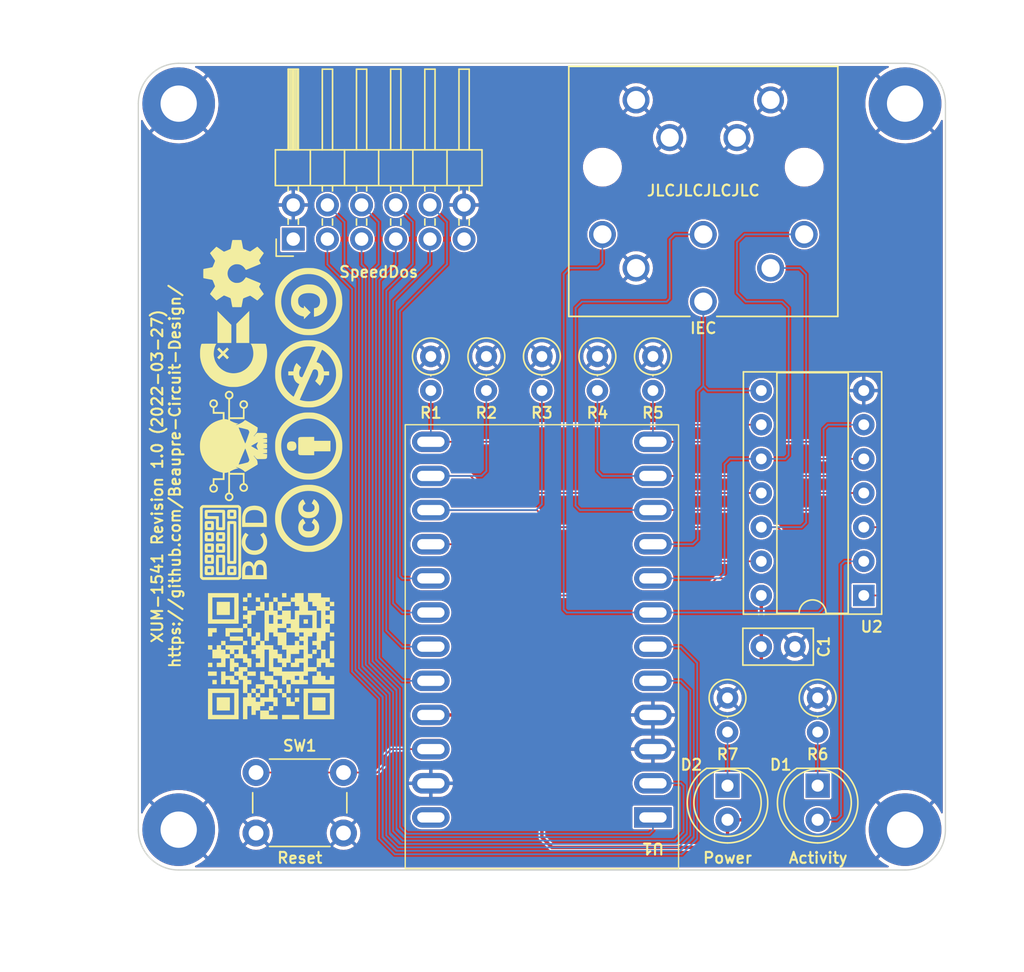
<source format=kicad_pcb>
(kicad_pcb (version 20211014) (generator pcbnew)
  (title_block (title "XUM-1541") (date "2022-03-27") (rev "1.0") (company "Beaupré Circuit Design") (comment 1 "https://github.com/Beaupre-Circuit-Design/"))
  (layers (0 "F.Cu" mixed) (31 "B.Cu" mixed) (34 "B.Paste" user) (35 "F.Paste" user) (36 "B.SilkS" user "B.Silkscreen") (37 "F.SilkS" user "F.Silkscreen") (38 "B.Mask" user) (39 "F.Mask" user) (44 "Edge.Cuts" user))
  (net 0 "")
  (net 1 "Net-(D1-Pad1)")
  (net 2 "/ACT")
  (net 3 "Net-(D2-Pad1)")
  (net 4 "+5V")
  (net 5 "GND")
  (net 6 "/SQR_IN")
  (net 7 "/ATN_IN")
  (net 8 "/CLK_IN")
  (net 9 "/DATA_IN")
  (net 10 "/RESET_IN")
  (net 11 "/CLK")
  (net 12 "/DATA")
  (net 13 "/ATN")
  (net 14 "/RESET")
  (net 15 "/SRQ")
  (net 16 "Net-(SW1-Pad1)")
  (net 19 "/PA0")
  (net 20 "/PA1")
  (net 21 "/PA2")
  (net 22 "/PA3")
  (net 23 "/PA4")
  (net 24 "/PA5")
  (net 25 "/PA6")
  (net 26 "/PA7")
  (footprint "Resistor_THT:R_Axial_DIN0207_L6.3mm_D2.5mm_P2.54mm_Vertical" (layer "F.Cu") (at 163.8 128.2 -90)
    (fp_text reference "R7" (at 4.2 0 180) (layer "F.SilkS") (effects (font (size 0.8128 0.8128) (thickness 0.1524))))
    (fp_text value "150")
    (pad "1" thru_hole circle (at 0 0 270) (size 1.6 1.6) (drill 0.8) (layers *.Cu *.Mask) (net 5 "GND"))
    (pad "2" thru_hole oval (at 2.54 0 270) (size 1.6 1.6) (drill 0.8) (layers *.Cu *.Mask) (net 3 "Net-(D2-Pad1)"))
  )
  (footprint "BeaupreCircuitDesign:Open_Source_Hardware_5mm" (layer "F.Cu") (at 127.072769 96.638861 90)
    (fp_text reference "G3" hide)
    (fp_text value "OpenSource_Hardware" hide)
  )
  (footprint "Arduino_Pro_Micro:Arduino_Pro_Micro" (layer "F.Cu") (at 157.62 137.09 180)
    (fp_text reference "U1" (at -0.635 -2.311 180 unlocked) (layer "F.SilkS") (effects (font (size 0.8128 0.8128) (thickness 0.1524))))
    (fp_text value "Arduino_Pro_Micro")
    (pad "1" thru_hole rect (at -0.635 0 180) (size 2.794 1.524) (drill oval 2.032 0.762) (layers *.Cu *.Mask) (net 22 "/PA3"))
    (pad "2" thru_hole oval (at -0.635 2.54 180) (size 2.794 1.524) (drill oval 2.032 0.762) (layers *.Cu *.Mask) (net 21 "/PA2"))
    (pad "3" thru_hole oval (at -0.635 5.08 180) (size 2.794 1.524) (drill oval 2.032 0.762) (layers *.Cu *.Mask) (net 5 "GND"))
    (pad "4" thru_hole oval (at -0.635 7.62 180) (size 2.794 1.524) (drill oval 2.032 0.762) (layers *.Cu *.Mask) (net 5 "GND"))
    (pad "5" thru_hole oval (at -0.635 10.16 180) (size 2.794 1.524) (drill oval 2.032 0.762) (layers *.Cu *.Mask) (net 20 "/PA1"))
    (pad "6" thru_hole oval (at -0.635 12.7 180) (size 2.794 1.524) (drill oval 2.032 0.762) (layers *.Cu *.Mask) (net 19 "/PA0"))
    (pad "7" thru_hole oval (at -0.635 15.24 180) (size 2.794 1.524) (drill oval 2.032 0.762) (layers *.Cu *.Mask) (net 6 "/SQR_IN"))
    (pad "8" thru_hole oval (at -0.635 17.78 180) (size 2.794 1.524) (drill oval 2.032 0.762) (layers *.Cu *.Mask) (net 9 "/DATA_IN"))
    (pad "9" thru_hole oval (at -0.635 20.32 180) (size 2.794 1.524) (drill oval 2.032 0.762) (layers *.Cu *.Mask) (net 10 "/RESET_IN"))
    (pad "10" thru_hole oval (at -0.635 22.86 180) (size 2.794 1.524) (drill oval 2.032 0.762) (layers *.Cu *.Mask) (net 7 "/ATN_IN"))
    (pad "11" thru_hole oval (at -0.635 25.4 180) (size 2.794 1.524) (drill oval 2.032 0.762) (layers *.Cu *.Mask) (net 13 "/ATN"))
    (pad "12" thru_hole oval (at -0.635 27.94 180) (size 2.794 1.524) (drill oval 2.032 0.762) (layers *.Cu *.Mask) (net 15 "/SRQ"))
    (pad "13" thru_hole oval (at 15.875 27.94 180) (size 2.794 1.524) (drill oval 2.032 0.762) (layers *.Cu *.Mask) (net 14 "/RESET"))
    (pad "14" thru_hole oval (at 15.875 25.4 180) (size 2.794 1.524) (drill oval 2.032 0.762) (layers *.Cu *.Mask) (net 12 "/DATA"))
    (pad "15" thru_hole oval (at 15.875 22.86 180) (size 2.794 1.524) (drill oval 2.032 0.762) (layers *.Cu *.Mask) (net 11 "/CLK"))
    (pad "16" thru_hole oval (at 15.875 20.32 180) (size 2.794 1.524) (drill oval 2.032 0.762) (layers *.Cu *.Mask) (net 8 "/CLK_IN"))
    (pad "17" thru_hole oval (at 15.875 17.78 180) (size 2.794 1.524) (drill oval 2.032 0.762) (layers *.Cu *.Mask) (net 26 "/PA7"))
    (pad "18" thru_hole oval (at 15.875 15.24 180) (size 2.794 1.524) (drill oval 2.032 0.762) (layers *.Cu *.Mask) (net 25 "/PA6"))
    (pad "19" thru_hole oval (at 15.875 12.7 180) (size 2.794 1.524) (drill oval 2.032 0.762) (layers *.Cu *.Mask) (net 24 "/PA5"))
    (pad "20" thru_hole oval (at 15.875 10.16 180) (size 2.794 1.524) (drill oval 2.032 0.762) (layers *.Cu *.Mask) (net 23 "/PA4"))
    (pad "21" thru_hole oval (at 15.875 7.62 180) (size 2.794 1.524) (drill oval 2.032 0.762) (layers *.Cu *.Mask) (net 4 "+5V"))
    (pad "22" thru_hole oval (at 15.875 5.08 180) (size 2.794 1.524) (drill oval 2.032 0.762) (layers *.Cu *.Mask) (net 16 "Net-(SW1-Pad1)"))
    (pad "23" thru_hole oval (at 15.875 2.54 180) (size 2.794 1.524) (drill oval 2.032 0.762) (layers *.Cu *.Mask) (net 5 "GND"))
    (pad "24" thru_hole oval (at 15.875 0 180) (size 2.794 1.524) (drill oval 2.032 0.762) (layers *.Cu *.Mask))
  )
  (footprint "Button_Switch_THT:SW_PUSH_6mm" (layer "F.Cu") (at 128.75 133.75)
    (fp_text reference "SW1" (at 3.249999 -1.99 180) (layer "F.SilkS") (effects (font (size 0.8128 0.8128) (thickness 0.1524))))
    (fp_text value "SW_Push")
    (pad "1" thru_hole circle (at 0 0 90) (size 2 2) (drill 1.1) (layers *.Cu *.Mask) (net 16 "Net-(SW1-Pad1)"))
    (pad "1" thru_hole circle (at 6.5 0 90) (size 2 2) (drill 1.1) (layers *.Cu *.Mask) (net 16 "Net-(SW1-Pad1)"))
    (pad "2" thru_hole circle (at 0 4.5 90) (size 2 2) (drill 1.1) (layers *.Cu *.Mask) (net 5 "GND"))
    (pad "2" thru_hole circle (at 6.5 4.5 90) (size 2 2) (drill 1.1) (layers *.Cu *.Mask) (net 5 "GND"))
  )
  (footprint "Resistor_THT:R_Axial_DIN0207_L6.3mm_D2.5mm_P2.54mm_Vertical" (layer "F.Cu") (at 141.745 102.8 -90)
    (fp_text reference "R1" (at 4.2 0) (layer "F.SilkS") (effects (font (size 0.8128 0.8128) (thickness 0.1524))))
    (fp_text value "100k")
    (pad "1" thru_hole circle (at 0 0 270) (size 1.6 1.6) (drill 0.8) (layers *.Cu *.Mask) (net 5 "GND"))
    (pad "2" thru_hole oval (at 2.54 0 270) (size 1.6 1.6) (drill 0.8) (layers *.Cu *.Mask) (net 14 "/RESET"))
  )
  (footprint "Creative_Common:CreativeCommons_Attribution_5mm" (layer "F.Cu") (at 132.664769 109.468828 90)
    (fp_text reference "G6" hide)
    (fp_text value "CreativeCommons_Attribution" hide)
  )
  (footprint "MountingHole:MountingHole_2.7mm_Pad_TopBottom" (layer "F.Cu") (at 123 84)
    (fp_text reference "H1" hide)
    (fp_text value "MountingHole_Pad" hide)
    (pad "1" thru_hole circle (at 0 0) (size 3.1 3.1) (drill 2.7) (layers *.Cu *.Mask) (net 5 "GND"))
    (pad "1" connect circle (at 0 0) (size 5.4 5.4) (layers "B.Cu" "B.Mask") (net 5 "GND"))
    (pad "1" connect circle (at 0 0) (size 5.4 5.4) (layers "F.Cu" "F.Mask") (net 5 "GND"))
  )
  (footprint "BeaupreCircuitDesign:ChickenLips_5mm" (layer "F.Cu") (at 127.072769 102.252364 90)
    (fp_text reference "G2" hide)
    (fp_text value "ChickenLips" hide)
  )
  (footprint "MountingHole:MountingHole_2.7mm_Pad_TopBottom" (layer "F.Cu") (at 177 138)
    (fp_text reference "H4" hide)
    (fp_text value "MountingHole_Pad" hide)
    (pad "1" thru_hole circle (at 0 0) (size 3.1 3.1) (drill 2.7) (layers *.Cu *.Mask) (net 5 "GND"))
    (pad "1" connect circle (at 0 0) (size 5.4 5.4) (layers "B.Cu" "B.Mask") (net 5 "GND"))
    (pad "1" connect circle (at 0 0) (size 5.4 5.4) (layers "F.Cu" "F.Mask") (net 5 "GND"))
  )
  (footprint "Resistor_THT:R_Axial_DIN0207_L6.3mm_D2.5mm_P2.54mm_Vertical" (layer "F.Cu") (at 170.5 128.2 -90)
    (fp_text reference "R6" (at 4.2 0 180) (layer "F.SilkS") (effects (font (size 0.8128 0.8128) (thickness 0.1524))))
    (fp_text value "180")
    (pad "1" thru_hole circle (at 0 0 270) (size 1.6 1.6) (drill 0.8) (layers *.Cu *.Mask) (net 5 "GND"))
    (pad "2" thru_hole oval (at 2.54 0 270) (size 1.6 1.6) (drill 0.8) (layers *.Cu *.Mask) (net 1 "Net-(D1-Pad1)"))
  )
  (footprint "Creative_Common:CreativeCommons_5mm" (layer "F.Cu") (at 132.664769 114.847552 90)
    (fp_text reference "G5" hide)
    (fp_text value "CreativeCommons" hide)
  )
  (footprint "Connector_PinHeader_2.54mm:PinHeader_2x06_P2.54mm_Horizontal" (layer "F.Cu") (at 131.516666 94.075 90)
    (fp_text reference "J1" hide)
    (fp_text value "Conn_02x06_Odd_Even")
    (pad "1" thru_hole rect (at 0 0 90) (size 1.7 1.7) (drill 1) (layers *.Cu *.Mask))
    (pad "2" thru_hole oval (at 2.54 0 90) (size 1.7 1.7) (drill 1) (layers *.Cu *.Mask) (net 5 "GND"))
    (pad "3" thru_hole oval (at 0 2.54 90) (size 1.7 1.7) (drill 1) (layers *.Cu *.Mask) (net 19 "/PA0"))
    (pad "4" thru_hole oval (at 2.54 2.54 90) (size 1.7 1.7) (drill 1) (layers *.Cu *.Mask) (net 20 "/PA1"))
    (pad "5" thru_hole oval (at 0 5.08 90) (size 1.7 1.7) (drill 1) (layers *.Cu *.Mask) (net 21 "/PA2"))
    (pad "6" thru_hole oval (at 2.54 5.08 90) (size 1.7 1.7) (drill 1) (layers *.Cu *.Mask) (net 22 "/PA3"))
    (pad "7" thru_hole oval (at 0 7.62 90) (size 1.7 1.7) (drill 1) (layers *.Cu *.Mask) (net 23 "/PA4"))
    (pad "8" thru_hole oval (at 2.54 7.62 90) (size 1.7 1.7) (drill 1) (layers *.Cu *.Mask) (net 24 "/PA5"))
    (pad "9" thru_hole oval (at 0 10.16 90) (size 1.7 1.7) (drill 1) (layers *.Cu *.Mask) (net 25 "/PA6"))
    (pad "10" thru_hole oval (at 2.54 10.16 90) (size 1.7 1.7) (drill 1) (layers *.Cu *.Mask) (net 26 "/PA7"))
    (pad "11" thru_hole oval (at 0 12.7 90) (size 1.7 1.7) (drill 1) (layers *.Cu *.Mask))
    (pad "12" thru_hole oval (at 2.54 12.7 90) (size 1.7 1.7) (drill 1) (layers *.Cu *.Mask) (net 5 "GND"))
  )
  (footprint "Package_DIP:DIP-14_W7.62mm_Socket" (layer "F.Cu") (at 173.93 120.58 180)
    (fp_text reference "U2" (at -0.5865 -2.33) (layer "F.SilkS") (effects (font (size 0.8128 0.8128) (thickness 0.1524))))
    (fp_text value "74LS06")
    (pad "1" thru_hole rect (at 0 0 180) (size 1.6 1.6) (drill 0.8) (layers *.Cu *.Mask) (net 13 "/ATN"))
    (pad "2" thru_hole oval (at 0 2.54 180) (size 1.6 1.6) (drill 0.8) (layers *.Cu *.Mask) (net 2 "/ACT"))
    (pad "3" thru_hole oval (at 0 5.08 180) (size 1.6 1.6) (drill 0.8) (layers *.Cu *.Mask) (net 13 "/ATN"))
    (pad "4" thru_hole oval (at 0 7.62 180) (size 1.6 1.6) (drill 0.8) (layers *.Cu *.Mask) (net 7 "/ATN_IN"))
    (pad "5" thru_hole oval (at 0 10.16 180) (size 1.6 1.6) (drill 0.8) (layers *.Cu *.Mask) (net 15 "/SRQ"))
    (pad "6" thru_hole oval (at 0 12.7 180) (size 1.6 1.6) (drill 0.8) (layers *.Cu *.Mask) (net 6 "/SQR_IN"))
    (pad "7" thru_hole oval (at 0 15.24 180) (size 1.6 1.6) (drill 0.8) (layers *.Cu *.Mask) (net 5 "GND"))
    (pad "8" thru_hole oval (at 7.62 15.24 180) (size 1.6 1.6) (drill 0.8) (layers *.Cu *.Mask) (net 10 "/RESET_IN"))
    (pad "9" thru_hole oval (at 7.62 12.7 180) (size 1.6 1.6) (drill 0.8) (layers *.Cu *.Mask) (net 14 "/RESET"))
    (pad "10" thru_hole oval (at 7.62 10.16 180) (size 1.6 1.6) (drill 0.8) (layers *.Cu *.Mask) (net 9 "/DATA_IN"))
    (pad "11" thru_hole oval (at 7.62 7.62 180) (size 1.6 1.6) (drill 0.8) (layers *.Cu *.Mask) (net 12 "/DATA"))
    (pad "12" thru_hole oval (at 7.62 5.08 180) (size 1.6 1.6) (drill 0.8) (layers *.Cu *.Mask) (net 8 "/CLK_IN"))
    (pad "13" thru_hole oval (at 7.62 2.54 180) (size 1.6 1.6) (drill 0.8) (layers *.Cu *.Mask) (net 11 "/CLK"))
    (pad "14" thru_hole oval (at 7.62 0 180) (size 1.6 1.6) (drill 0.8) (layers *.Cu *.Mask) (net 4 "+5V"))
  )
  (footprint "DIN_45322:DIN_45322" (layer "F.Cu") (at 162 88.725 180)
    (fp_text reference "J2" hide)
    (fp_text value "DIN-45322")
    (pad "" np_thru_hole circle locked (at -7.5 0 180) (size 2.4 2.4) (drill 2.4) (layers *.Cu *.Mask))
    (pad "" np_thru_hole circle locked (at 7.5 0 180) (size 2.4 2.4) (drill 2.4) (layers *.Cu *.Mask))
    (pad "1" thru_hole circle locked (at 7.5 -5 180) (size 2 2) (drill 1.35) (layers *.Cu *.Mask) (net 6 "/SQR_IN"))
    (pad "2" thru_hole circle locked (at 5 -7.5 180) (size 2 2) (drill 1.35) (layers *.Cu *.Mask) (net 5 "GND"))
    (pad "3" thru_hole circle locked (at 0 -5 180) (size 2 2) (drill 1.35) (layers *.Cu *.Mask) (net 7 "/ATN_IN"))
    (pad "4" thru_hole circle locked (at -5 -7.5 180) (size 2 2) (drill 1.35) (layers *.Cu *.Mask) (net 8 "/CLK_IN"))
    (pad "5" thru_hole circle locked (at -7.5 -5 180) (size 2 2) (drill 1.35) (layers *.Cu *.Mask) (net 9 "/DATA_IN"))
    (pad "6" thru_hole circle locked (at 0 -10 180) (size 2 2) (drill 1.35) (layers *.Cu *.Mask) (net 10 "/RESET_IN"))
    (pad "7" thru_hole circle locked (at -2.5 2.2 270) (size 2 2) (drill 1.35) (layers *.Cu *.Mask) (net 5 "GND"))
    (pad "7" thru_hole circle locked (at 2.5 2.2 270) (size 2 2) (drill 1.35) (layers *.Cu *.Mask) (net 5 "GND"))
    (pad "7" thru_hole circle locked (at -5 5 270) (size 2 2) (drill 1.35) (layers *.Cu *.Mask) (net 5 "GND"))
    (pad "7" thru_hole circle locked (at 5 5 270) (size 2 2) (drill 1.35) (layers *.Cu *.Mask) (net 5 "GND"))
  )
  (footprint "LED_THT:LED_D5.0mm" (layer "F.Cu") (at 170.5 134.725 -90)
    (fp_text reference "D1" (at -1.55 2.745 180) (layer "F.SilkS") (effects (font (size 0.8128 0.8128) (thickness 0.1524))))
    (fp_text value "RED")
    (pad "1" thru_hole rect (at 0 0 270) (size 1.8 1.8) (drill 0.9) (layers *.Cu *.Mask) (net 1 "Net-(D1-Pad1)"))
    (pad "2" thru_hole circle (at 2.54 0 270) (size 1.8 1.8) (drill 0.9) (layers *.Cu *.Mask) (net 2 "/ACT"))
  )
  (footprint "Resistor_THT:R_Axial_DIN0207_L6.3mm_D2.5mm_P2.54mm_Vertical" (layer "F.Cu") (at 145.8725 102.8 -90)
    (fp_text reference "R2" (at 4.2 0) (layer "F.SilkS") (effects (font (size 0.8128 0.8128) (thickness 0.1524))))
    (fp_text value "100k")
    (pad "1" thru_hole circle (at 0 0 270) (size 1.6 1.6) (drill 0.8) (layers *.Cu *.Mask) (net 5 "GND"))
    (pad "2" thru_hole oval (at 2.54 0 270) (size 1.6 1.6) (drill 0.8) (layers *.Cu *.Mask) (net 12 "/DATA"))
  )
  (footprint "LED_THT:LED_D5.0mm" (layer "F.Cu") (at 163.8 134.725 -90)
    (fp_text reference "D2" (at -1.55 2.69 180) (layer "F.SilkS") (effects (font (size 0.8128 0.8128) (thickness 0.1524))))
    (fp_text value "GREEN")
    (pad "1" thru_hole rect (at 0 0 270) (size 1.8 1.8) (drill 0.9) (layers *.Cu *.Mask) (net 3 "Net-(D2-Pad1)"))
    (pad "2" thru_hole circle (at 2.54 0 270) (size 1.8 1.8) (drill 0.9) (layers *.Cu *.Mask) (net 4 "+5V"))
  )
  (footprint "MountingHole:MountingHole_2.7mm_Pad_TopBottom" (layer "F.Cu") (at 123 138)
    (fp_text reference "H2" hide)
    (fp_text value "MountingHole_Pad" hide)
    (pad "1" thru_hole circle (at 0 0) (size 3.1 3.1) (drill 2.7) (layers *.Cu *.Mask) (net 5 "GND"))
    (pad "1" connect circle (at 0 0) (size 5.4 5.4) (layers "F.Cu" "F.Mask") (net 5 "GND"))
    (pad "1" connect circle (at 0 0) (size 5.4 5.4) (layers "B.Cu" "B.Mask") (net 5 "GND"))
  )
  (footprint "Creative_Common:CreativeCommons_ShareAlike_5mm" (layer "F.Cu") (at 132.664769 98.718552 90)
    (fp_text reference "G8" hide)
    (fp_text value "CreativeCommons_ShareAlike" hide)
  )
  (footprint "BeaupreCircuitDesign:BCD_Logo_5mm" (layer "F.Cu") (at 127.072769 116.638861 90)
    (fp_text reference "G1" hide)
    (fp_text value "BCD_Logo" hide)
  )
  (footprint "Creative_Common:CreativeCommons_NonCommercial_5mm" (layer "F.Cu") (at 132.664769 104.095069 90)
    (fp_text reference "G7" hide)
    (fp_text value "CreativeCommons_NonCommercial" hide)
  )
  (footprint "MountingHole:MountingHole_2.7mm_Pad_TopBottom" (layer "F.Cu") (at 177 84)
    (fp_text reference "H3" hide)
    (fp_text value "MountingHole_Pad" hide)
    (pad "1" connect circle (at 0 0) (size 5.4 5.4) (layers "F.Cu" "F.Mask") (net 5 "GND"))
    (pad "1" thru_hole circle (at 0 0) (size 3.1 3.1) (drill 2.7) (layers *.Cu *.Mask) (net 5 "GND"))
    (pad "1" connect circle (at 0 0) (size 5.4 5.4) (layers "B.Cu" "B.Mask") (net 5 "GND"))
  )
  (footprint "Capacitor_THT:C_Disc_D5.0mm_W2.5mm_P2.50mm" (layer "F.Cu") (at 166.31 124.39)
    (fp_text reference "C1" (at 4.6505 0.000001 270) (layer "F.SilkS") (effects (font (size 0.8128 0.8128) (thickness 0.1524))))
    (fp_text value "100nF")
    (pad "1" thru_hole circle (at 0 0) (size 1.6 1.6) (drill 0.8) (layers *.Cu *.Mask) (net 4 "+5V"))
    (pad "2" thru_hole circle (at 2.5 0) (size 1.6 1.6) (drill 0.8) (layers *.Cu *.Mask) (net 5 "GND"))
  )
  (footprint "BeaupreCircuitDesign:BDC_QR_10mm" (layer "F.Cu") (at 129.882513 125.082461 90)
    (fp_text reference "G9" hide)
    (fp_text value "BDC_QR" hide)
  )
  (footprint "Resistor_THT:R_Axial_DIN0207_L6.3mm_D2.5mm_P2.54mm_Vertical" (layer "F.Cu") (at 158.255 102.8 -90)
    (fp_text reference "R5" (at 4.2 0) (layer "F.SilkS") (effects (font (size 0.8128 0.8128) (thickness 0.1524))))
    (fp_text value "100k")
    (pad "1" thru_hole circle (at 0 0 270) (size 1.6 1.6) (drill 0.8) (layers *.Cu *.Mask) (net 5 "GND"))
    (pad "2" thru_hole oval (at 2.54 0 270) (size 1.6 1.6) (drill 0.8) (layers *.Cu *.Mask) (net 15 "/SRQ"))
  )
  (footprint "Resistor_THT:R_Axial_DIN0207_L6.3mm_D2.5mm_P2.54mm_Vertical" (layer "F.Cu") (at 154.1275 102.8 -90)
    (fp_text reference "R4" (at 4.2 0) (layer "F.SilkS") (effects (font (size 0.8128 0.8128) (thickness 0.1524))))
    (fp_text value "100k")
    (pad "1" thru_hole circle (at 0 0 270) (size 1.6 1.6) (drill 0.8) (layers *.Cu *.Mask) (net 5 "GND"))
    (pad "2" thru_hole oval (at 2.54 0 270) (size 1.6 1.6) (drill 0.8) (layers *.Cu *.Mask) (net 13 "/ATN"))
  )
  (footprint "Resistor_THT:R_Axial_DIN0207_L6.3mm_D2.5mm_P2.54mm_Vertical" (layer "F.Cu") (at 150 102.8 -90)
    (fp_text reference "R3" (at 4.2 0) (layer "F.SilkS") (effects (font (size 0.8128 0.8128) (thickness 0.1524))))
    (fp_text value "100k")
    (pad "1" thru_hole circle (at 0 0 270) (size 1.6 1.6) (drill 0.8) (layers *.Cu *.Mask) (net 5 "GND"))
    (pad "2" thru_hole oval (at 2.54 0 270) (size 1.6 1.6) (drill 0.8) (layers *.Cu *.Mask) (net 11 "/CLK"))
  )
  (footprint "BeaupreCircuitDesign:Skull_5mm" (layer "F.Cu") (at 127.072769 109.463566 90)
    (fp_text reference "G4" hide)
    (fp_text value "Skull" hide)
  )
  (gr_arc (start 180 138) (mid 179.12132 140.12132) (end 177 141) (layer "Edge.Cuts") (width 0.1))
  (gr_line (start 180 84) (end 180 138) (layer "Edge.Cuts") (width 0.1))
  (gr_arc (start 120 84) (mid 120.87868 81.87868) (end 123 81) (layer "Edge.Cuts") (width 0.1))
  (gr_arc (start 123 141) (mid 120.87868 140.12132) (end 120 138) (layer "Edge.Cuts") (width 0.1))
  (gr_line (start 120 138) (end 120 84) (layer "Edge.Cuts") (width 0.1))
  (gr_line (start 123 81) (end 177 81) (layer "Edge.Cuts") (width 0.1))
  (gr_line (start 123 141) (end 177 141) (layer "Edge.Cuts") (width 0.1))
  (gr_arc (start 177 81) (mid 179.12132 81.87868) (end 180 84) (layer "Edge.Cuts") (width 0.1))
  (gr_text "${TITLE} Revision ${REVISION} (${ISSUE_DATE})\n${COMMENT1}" (at 122.062988 111.712977 90) (layer "F.SilkS") (effects (font (size 0.8128 0.8128) (thickness 0.1524))))
  (gr_text "Power" (at 163.798333 140.1) (layer "F.SilkS") (effects (font (size 0.8128 0.8128) (thickness 0.1524))))
  (gr_text "IEC" (at 162 100.7) (layer "F.SilkS") (effects (font (size 0.8128 0.8128) (thickness 0.1524))))
  (gr_text "Reset" (at 132 140.1) (layer "F.SilkS") (effects (font (size 0.8128 0.8128) (thickness 0.1524))))
  (gr_text "SpeedDos" (at 137.866666 96.52) (layer "F.SilkS") (effects (font (size 0.8128 0.8128) (thickness 0.1524))))
  (gr_text "JLCJLCJLCJLC" (at 162 90.465) (layer "F.SilkS") (effects (font (size 0.8128 0.8128) (thickness 0.1524))))
  (gr_text "Activity" (at 170.536666 140.1) (layer "F.SilkS") (effects (font (size 0.8128 0.8128) (thickness 0.1524))))
  (segment (start 170.5 134.725) (end 170.5 130.74) (width 0.127) (layer "B.Cu") (net 1))
  (segment (start 173.93 118.04) (end 172.497499 118.04) (width 0.127) (layer "B.Cu") (net 2))
  (segment (start 172.237499 136.937499) (end 172.237499 118.3) (width 0.127) (layer "B.Cu") (net 2))
  (segment (start 172.497499 118.04) (end 172.237499 118.3) (width 0.127) (layer "B.Cu") (net 2))
  (segment (start 170.5 137.265) (end 171.909998 137.265) (width 0.127) (layer "B.Cu") (net 2))
  (segment (start 171.909998 137.265) (end 172.237499 136.937499) (width 0.127) (layer "B.Cu") (net 2))
  (segment (start 163.8 134.725) (end 163.8 130.74) (width 0.127) (layer "B.Cu") (net 3))
  (segment (start 149.282 129.47) (end 141.745 129.47) (width 0.254) (layer "F.Cu") (net 4))
  (segment (start 163.195 139.319) (end 150.749 139.319) (width 0.254) (layer "F.Cu") (net 4))
  (segment (start 163.8 137.265) (end 165.855 137.265) (width 0.254) (layer "F.Cu") (net 4))
  (segment (start 149.999999 130.187999) (end 149.282 129.47) (width 0.254) (layer "F.Cu") (net 4))
  (segment (start 163.8 138.714) (end 163.195 139.319) (width 0.254) (layer "F.Cu") (net 4))
  (segment (start 165.855 137.265) (end 166.31 136.81) (width 0.254) (layer "F.Cu") (net 4))
  (segment (start 149.999999 138.569999) (end 149.999999 130.187999) (width 0.254) (layer "F.Cu") (net 4))
  (segment (start 166.31 124.39) (end 166.31 120.58) (width 0.254) (layer "F.Cu") (net 4))
  (segment (start 166.31 136.81) (end 166.31 124.39) (width 0.254) (layer "F.Cu") (net 4))
  (segment (start 150.749 139.319) (end 149.999999 138.569999) (width 0.254) (layer "F.Cu") (net 4))
  (segment (start 163.8 138.714) (end 163.8 137.265) (width 0.254) (layer "F.Cu") (net 4))
  (segment (start 171.259749 107.88) (end 170.939749 108.2) (width 0.127) (layer "B.Cu") (net 6))
  (segment (start 154.15 96.225) (end 152.075 96.225) (width 0.127) (layer "B.Cu") (net 6))
  (segment (start 170.939749 121.5) (end 170.589749 121.85) (width 0.127) (layer "B.Cu") (net 6))
  (segment (start 170.589749 121.85) (end 158.255 121.85) (width 0.127) (layer "B.Cu") (net 6))
  (segment (start 151.621332 96.678668) (end 151.621332 121.621332) (width 0.127) (layer "B.Cu") (net 6))
  (segment (start 170.939749 108.2) (end 170.939749 121.5) (width 0.127) (layer "B.Cu") (net 6))
  (segment (start 151.621332 121.621332) (end 151.85 121.85) (width 0.127) (layer "B.Cu") (net 6))
  (segment (start 154.5 93.725) (end 154.5 95.875) (width 0.127) (layer "B.Cu") (net 6))
  (segment (start 154.5 95.875) (end 154.15 96.225) (width 0.127) (layer "B.Cu") (net 6))
  (segment (start 152.075 96.225) (end 151.621332 96.678668) (width 0.127) (layer "B.Cu") (net 6))
  (segment (start 173.93 107.88) (end 171.259749 107.88) (width 0.127) (layer "B.Cu") (net 6))
  (segment (start 151.85 121.85) (end 158.255 121.85) (width 0.127) (layer "B.Cu") (net 6))
  (segment (start 170.119999 113.180001) (end 170.34 112.96) (width 0.127) (layer "F.Cu") (net 7))
  (segment (start 158.255 114.23) (end 169.87 114.23) (width 0.127) (layer "F.Cu") (net 7))
  (segment (start 170.119999 113.980001) (end 170.119999 113.180001) (width 0.127) (layer "F.Cu") (net 7))
  (segment (start 170.34 112.96) (end 173.93 112.96) (width 0.127) (layer "F.Cu") (net 7))
  (segment (start 169.87 114.23) (end 170.119999 113.980001) (width 0.127) (layer "F.Cu") (net 7))
  (segment (start 152.506165 113.9) (end 152.836165 114.23) (width 0.127) (layer "B.Cu") (net 7))
  (segment (start 159.875 93.725) (end 159.499999 94.100001) (width 0.127) (layer "B.Cu") (net 7))
  (segment (start 152.975 98.725) (end 152.506165 99.193835) (width 0.127) (layer "B.Cu") (net 7))
  (segment (start 152.836165 114.23) (end 158.255 114.23) (width 0.127) (layer "B.Cu") (net 7))
  (segment (start 152.506165 99.193835) (end 152.506165 113.9) (width 0.127) (layer "B.Cu") (net 7))
  (segment (start 159.499999 94.100001) (end 159.499999 98.500001) (width 0.127) (layer "B.Cu") (net 7))
  (segment (start 162 93.725) (end 159.875 93.725) (width 0.127) (layer "B.Cu") (net 7))
  (segment (start 159.499999 98.500001) (end 159.275 98.725) (width 0.127) (layer "B.Cu") (net 7))
  (segment (start 159.275 98.725) (end 152.975 98.725) (width 0.127) (layer "B.Cu") (net 7))
  (segment (start 162.580999 120.419001) (end 162.580999 119.7) (width 0.127) (layer "F.Cu") (net 8))
  (segment (start 167.5 115.5) (end 166.31 115.5) (width 0.127) (layer "F.Cu") (net 8))
  (segment (start 149.645 116.77) (end 149.999999 117.124999) (width 0.127) (layer "F.Cu") (net 8))
  (segment (start 162.580999 119.7) (end 162.971 119.309999) (width 0.127) (layer "F.Cu") (net 8))
  (segment (start 150.354998 120.579998) (end 162.420002 120.579998) (width 0.127) (layer "F.Cu") (net 8))
  (segment (start 149.999999 120.224999) (end 150.354998 120.579998) (width 0.127) (layer "F.Cu") (net 8))
  (segment (start 162.420002 120.579998) (end 162.580999 120.419001) (width 0.127) (layer "F.Cu") (net 8))
  (segment (start 167.490001 119.309999) (end 167.7 119.1) (width 0.127) (layer "F.Cu") (net 8))
  (segment (start 167.7 119.1) (end 167.7 115.7) (width 0.127) (layer "F.Cu") (net 8))
  (segment (start 162.971 119.309999) (end 167.490001 119.309999) (width 0.127) (layer "F.Cu") (net 8))
  (segment (start 149.999999 117.124999) (end 149.999999 120.224999) (width 0.127) (layer "F.Cu") (net 8))
  (segment (start 141.745 116.77) (end 149.645 116.77) (width 0.127) (layer "F.Cu") (net 8))
  (segment (start 167.7 115.7) (end 167.5 115.5) (width 0.127) (layer "F.Cu") (net 8))
  (segment (start 169.641999 115.158001) (end 169.641999 96.7) (width 0.127) (layer "B.Cu") (net 8))
  (segment (start 166.31 115.5) (end 169.3 115.5) (width 0.127) (layer "B.Cu") (net 8))
  (segment (start 167 96.225) (end 169.166999 96.225) (width 0.127) (layer "B.Cu") (net 8))
  (segment (start 169.166999 96.225) (end 169.641999 96.7) (width 0.127) (layer "B.Cu") (net 8))
  (segment (start 169.3 115.5) (end 169.641999 115.158001) (width 0.127) (layer "B.Cu") (net 8))
  (segment (start 164.499999 98.076437) (end 165.151437 98.727875) (width 0.127) (layer "B.Cu") (net 9))
  (segment (start 164.499999 94.300001) (end 164.499999 98.076437) (width 0.127) (layer "B.Cu") (net 9))
  (segment (start 168.344249 110.155751) (end 168.08 110.42) (width 0.127) (layer "B.Cu") (net 9))
  (segment (start 165.151437 98.727875) (end 167.872125 98.727875) (width 0.127) (layer "B.Cu") (net 9))
  (segment (start 163.578499 118.921501) (end 163.19 119.31) (width 0.127) (layer "B.Cu") (net 9))
  (segment (start 163.578499 110.821501) (end 163.578499 118.921501) (width 0.127) (layer "B.Cu") (net 9))
  (segment (start 168.08 110.42) (end 166.31 110.42) (width 0.127) (layer "B.Cu") (net 9))
  (segment (start 166.31 110.42) (end 163.98 110.42) (width 0.127) (layer "B.Cu") (net 9))
  (segment (start 168.344249 99.2) (end 168.344249 110.155751) (width 0.127) (layer "B.Cu") (net 9))
  (segment (start 169.5 93.725) (end 165.075 93.725) (width 0.127) (layer "B.Cu") (net 9))
  (segment (start 163.19 119.31) (end 158.255 119.31) (width 0.127) (layer "B.Cu") (net 9))
  (segment (start 163.98 110.42) (end 163.578499 110.821501) (width 0.127) (layer "B.Cu") (net 9))
  (segment (start 167.872125 98.727875) (end 168.344249 99.2) (width 0.127) (layer "B.Cu") (net 9))
  (segment (start 165.075 93.725) (end 164.499999 94.300001) (width 0.127) (layer "B.Cu") (net 9))
  (segment (start 161.583499 105.416501) (end 162 105) (width 0.127) (layer "B.Cu") (net 10))
  (segment (start 162.34 105.34) (end 166.31 105.34) (width 0.127) (layer "B.Cu") (net 10))
  (segment (start 158.255 116.77) (end 161.23 116.77) (width 0.127) (layer "B.Cu") (net 10))
  (segment (start 162 98.725) (end 162 105) (width 0.127) (layer "B.Cu") (net 10))
  (segment (start 162 105) (end 162.34 105.34) (width 0.127) (layer "B.Cu") (net 10))
  (segment (start 161.583499 116.416501) (end 161.583499 105.416501) (width 0.127) (layer "B.Cu") (net 10))
  (segment (start 161.23 116.77) (end 161.583499 116.416501) (width 0.127) (layer "B.Cu") (net 10))
  (segment (start 149.999999 115.1) (end 150.399999 115.5) (width 0.127) (layer "F.Cu") (net 11))
  (segment (start 162.580999 117.7) (end 162.920999 118.04) (width 0.127) (layer "F.Cu") (net 11))
  (segment (start 141.745 114.23) (end 149.629999 114.23) (width 0.127) (layer "F.Cu") (net 11))
  (segment (start 150.399999 115.499999) (end 162.180999 115.499999) (width 0.127) (layer "F.Cu") (net 11))
  (segment (start 149.999999 114.6) (end 149.999999 115.1) (width 0.127) (layer "F.Cu") (net 11))
  (segment (start 162.920999 118.04) (end 166.31 118.04) (width 0.127) (layer "F.Cu") (net 11))
  (segment (start 162.580999 115.9) (end 162.580999 117.7) (width 0.127) (layer "F.Cu") (net 11))
  (segment (start 149.629999 114.23) (end 149.999999 114.6) (width 0.127) (layer "F.Cu") (net 11))
  (segment (start 162.180999 115.5) (end 162.580999 115.9) (width 0.127) (layer "F.Cu") (net 11))
  (segment (start 141.745 114.23) (end 149.57 114.23) (width 0.127) (layer "B.Cu") (net 11))
  (segment (start 150 113.8) (end 150 105.34) (width 0.127) (layer "B.Cu") (net 11))
  (segment (start 149.57 114.23) (end 150 113.8) (width 0.127) (layer "B.Cu") (net 11))
  (segment (start 145.96 112.96) (end 144.69 111.69) (width 0.127) (layer "F.Cu") (net 12))
  (segment (start 144.69 111.69) (end 141.745 111.69) (width 0.127) (layer "F.Cu") (net 12))
  (segment (start 166.31 112.96) (end 145.96 112.96) (width 0.127) (layer "F.Cu") (net 12))
  (segment (start 145.8725 111.3275) (end 145.8725 105.34) (width 0.127) (layer "B.Cu") (net 12))
  (segment (start 145.51 111.69) (end 145.8725 111.3275) (width 0.127) (layer "B.Cu") (net 12))
  (segment (start 141.745 111.69) (end 145.51 111.69) (width 0.127) (layer "B.Cu") (net 12))
  (segment (start 175.1 115.5) (end 173.93 115.5) (width 0.127) (layer "F.Cu") (net 13))
  (segment (start 175.4 115.2) (end 175.1 115.5) (width 0.127) (layer "F.Cu") (net 13))
  (segment (start 173.93 120.58) (end 175.02 120.58) (width 0.127) (layer "F.Cu") (net 13))
  (segment (start 175.4 120.2) (end 175.4 115.8) (width 0.127) (layer "F.Cu") (net 13))
  (segment (start 175.4 115.8) (end 175.1 115.5) (width 0.127) (layer "F.Cu") (net 13))
  (segment (start 175.4 112.2) (end 175.4 115.2) (width 0.127) (layer "F.Cu") (net 13))
  (segment (start 175.02 120.58) (end 175.4 120.2) (width 0.127) (layer "F.Cu") (net 13))
  (segment (start 174.89 111.69) (end 175.4 112.2) (width 0.127) (layer "F.Cu") (net 13))
  (segment (start 158.255 111.69) (end 174.89 111.69) (width 0.127) (layer "F.Cu") (net 13))
  (segment (start 158.255 111.69) (end 154.49 111.69) (width 0.127) (layer "B.Cu") (net 13))
  (segment (start 154.49 111.69) (end 154.1275 111.3275) (width 0.127) (layer "B.Cu") (net 13))
  (segment (start 154.1275 111.3275) (end 154.1275 105.34) (width 0.127) (layer "B.Cu") (net 13))
  (segment (start 148.02 107.88) (end 146.75 109.15) (width 0.127) (layer "F.Cu") (net 14))
  (segment (start 146.75 109.15) (end 141.745 109.15) (width 0.127) (layer "F.Cu") (net 14))
  (segment (start 166.31 107.88) (end 148.02 107.88) (width 0.127) (layer "F.Cu") (net 14))
  (segment (start 141.745 109.15) (end 141.745 105.34) (width 0.127) (layer "B.Cu") (net 14))
  (segment (start 169.85 109.15) (end 170.119999 109.419999) (width 0.127) (layer "F.Cu") (net 15))
  (segment (start 170.119999 110.219999) (end 170.32 110.42) (width 0.127) (layer "F.Cu") (net 15))
  (segment (start 170.32 110.42) (end 173.93 110.42) (width 0.127) (layer "F.Cu") (net 15))
  (segment (start 158.255 109.15) (end 169.85 109.15) (width 0.127) (layer "F.Cu") (net 15))
  (segment (start 170.119999 109.419999) (end 170.119999 110.219999) (width 0.127) (layer "F.Cu") (net 15))
  (segment (start 158.255 109.15) (end 158.255 105.34) (width 0.127) (layer "B.Cu") (net 15))
  (segment (start 128.75 133.75) (end 135.25 133.75) (width 0.127) (layer "F.Cu") (net 16))
  (segment (start 135.25 133.75) (end 137.748999 133.75) (width 0.127) (layer "F.Cu") (net 16))
  (segment (start 138.788999 132.01) (end 138.298999 132.5) (width 0.127) (layer "F.Cu") (net 16))
  (segment (start 141.745 132.01) (end 138.788999 132.01) (width 0.127) (layer "F.Cu") (net 16))
  (segment (start 138.298999 132.5) (end 138.298999 133.2) (width 0.127) (layer "F.Cu") (net 16))
  (segment (start 137.748999 133.75) (end 138.298999 133.2) (width 0.127) (layer "F.Cu") (net 16))
  (segment (start 135.89 126.238) (end 137.9 128.248) (width 0.127) (layer "B.Cu") (net 19))
  (segment (start 137.9 128.248) (end 137.9 138.662) (width 0.127) (layer "B.Cu") (net 19))
  (segment (start 137.9 138.662) (end 139.065 139.827) (width 0.127) (layer "B.Cu") (net 19))
  (segment (start 134.056666 94.075) (end 134.056666 95.956666) (width 0.127) (layer "B.Cu") (net 19))
  (segment (start 161.544 138.684) (end 161.544 125.603) (width 0.127) (layer "B.Cu") (net 19))
  (segment (start 135.89 97.79) (end 135.89 126.238) (width 0.127) (layer "B.Cu") (net 19))
  (segment (start 160.331 124.39) (end 158.255 124.39) (width 0.127) (layer "B.Cu") (net 19))
  (segment (start 160.401 139.827) (end 161.544 138.684) (width 0.127) (layer "B.Cu") (net 19))
  (segment (start 134.056666 95.956666) (end 135.89 97.79) (width 0.127) (layer "B.Cu") (net 19))
  (segment (start 139.065 139.827) (end 160.401 139.827) (width 0.127) (layer "B.Cu") (net 19))
  (segment (start 161.544 125.603) (end 160.331 124.39) (width 0.127) (layer "B.Cu") (net 19))
  (segment (start 138.43 128.016) (end 138.43 138.43) (width 0.127) (layer "B.Cu") (net 20))
  (segment (start 134.056666 91.535) (end 135.326665 92.804999) (width 0.127) (layer "B.Cu") (net 20))
  (segment (start 160.147 139.319) (end 161.036 138.43) (width 0.127) (layer "B.Cu") (net 20))
  (segment (start 160.331 126.93) (end 158.255 126.93) (width 0.127) (layer "B.Cu") (net 20))
  (segment (start 136.398 97.028) (end 136.398 125.984) (width 0.127) (layer "B.Cu") (net 20))
  (segment (start 136.398 125.984) (end 138.43 128.016) (width 0.127) (layer "B.Cu") (net 20))
  (segment (start 135.326665 92.804999) (end 135.326665 95.956665) (width 0.127) (layer "B.Cu") (net 20))
  (segment (start 135.326665 95.956665) (end 136.398 97.028) (width 0.127) (layer "B.Cu") (net 20))
  (segment (start 161.036 127.635) (end 160.331 126.93) (width 0.127) (layer "B.Cu") (net 20))
  (segment (start 161.036 138.43) (end 161.036 127.635) (width 0.127) (layer "B.Cu") (net 20))
  (segment (start 138.43 138.43) (end 139.319 139.319) (width 0.127) (layer "B.Cu") (net 20))
  (segment (start 139.319 139.319) (end 160.147 139.319) (width 0.127) (layer "B.Cu") (net 20))
  (segment (start 160.528 138.176) (end 160.528 134.747) (width 0.127) (layer "B.Cu") (net 21))
  (segment (start 159.893 138.811) (end 160.528 138.176) (width 0.127) (layer "B.Cu") (net 21))
  (segment (start 160.331 134.55) (end 158.255 134.55) (width 0.127) (layer "B.Cu") (net 21))
  (segment (start 136.906 96.266) (end 136.906 125.73) (width 0.127) (layer "B.Cu") (net 21))
  (segment (start 136.906 125.73) (end 138.938 127.762) (width 0.127) (layer "B.Cu") (net 21))
  (segment (start 139.6365 138.811) (end 159.893 138.811) (width 0.127) (layer "B.Cu") (net 21))
  (segment (start 138.938 138.1125) (end 139.6365 138.811) (width 0.127) (layer "B.Cu") (net 21))
  (segment (start 136.596666 94.075) (end 136.596666 95.956666) (width 0.127) (layer "B.Cu") (net 21))
  (segment (start 160.528 134.747) (end 160.331 134.55) (width 0.127) (layer "B.Cu") (net 21))
  (segment (start 136.596666 95.956666) (end 136.906 96.266) (width 0.127) (layer "B.Cu") (net 21))
  (segment (start 138.938 127.762) (end 138.938 138.1125) (width 0.127) (layer "B.Cu") (net 21))
  (segment (start 137.414 96.393) (end 137.866665 95.940335) (width 0.127) (layer "B.Cu") (net 22))
  (segment (start 158.255 138.036) (end 158.255 137.09) (width 0.127) (layer "B.Cu") (net 22))
  (segment (start 139.446 127.508) (end 139.446 137.795) (width 0.127) (layer "B.Cu") (net 22))
  (segment (start 136.596666 91.535) (end 137.866665 92.804999) (width 0.127) (layer "B.Cu") (net 22))
  (segment (start 139.954 138.303) (end 157.988 138.303) (width 0.127) (layer "B.Cu") (net 22))
  (segment (start 137.414 125.476) (end 139.446 127.508) (width 0.127) (layer "B.Cu") (net 22))
  (segment (start 157.988 138.303) (end 158.255 138.036) (width 0.127) (layer "B.Cu") (net 22))
  (segment (start 137.866665 92.804999) (end 137.866665 95.940335) (width 0.127) (layer "B.Cu") (net 22))
  (segment (start 139.446 137.795) (end 139.954 138.303) (width 0.127) (layer "B.Cu") (net 22))
  (segment (start 137.414 96.393) (end 137.414 125.476) (width 0.127) (layer "B.Cu") (net 22))
  (segment (start 137.922 125.222) (end 139.63 126.93) (width 0.127) (layer "B.Cu") (net 23))
  (segment (start 139.136666 94.075) (end 139.136666 95.940334) (width 0.127) (layer "B.Cu") (net 23))
  (segment (start 137.922 97.155) (end 137.922 125.222) (width 0.127) (layer "B.Cu") (net 23))
  (segment (start 139.136666 95.940334) (end 137.922 97.155) (width 0.127) (layer "B.Cu") (net 23))
  (segment (start 139.63 126.93) (end 141.745 126.93) (width 0.127) (layer "B.Cu") (net 23))
  (segment (start 138.43 123.19) (end 139.63 124.39) (width 0.127) (layer "B.Cu") (net 24))
  (segment (start 139.136666 91.535) (end 140.406665 92.804999) (width 0.127) (layer "B.Cu") (net 24))
  (segment (start 140.406665 92.804999) (end 140.406665 95.940335) (width 0.127) (layer "B.Cu") (net 24))
  (segment (start 138.43 97.917) (end 138.43 123.19) (width 0.127) (layer "B.Cu") (net 24))
  (segment (start 139.63 124.39) (end 141.745 124.39) (width 0.127) (layer "B.Cu") (net 24))
  (segment (start 138.43 97.917) (end 140.406665 95.940335) (width 0.127) (layer "B.Cu") (net 24))
  (segment (start 138.938 98.679) (end 138.938 121.158) (width 0.127) (layer "B.Cu") (net 25))
  (segment (start 138.938 121.158) (end 139.63 121.85) (width 0.127) (layer "B.Cu") (net 25))
  (segment (start 141.676666 94.075) (end 141.676666 95.940334) (width 0.127) (layer "B.Cu") (net 25))
  (segment (start 141.676666 95.940334) (end 138.938 98.679) (width 0.127) (layer "B.Cu") (net 25))
  (segment (start 139.63 121.85) (end 141.745 121.85) (width 0.127) (layer "B.Cu") (net 25))
  (segment (start 139.446 119.126) (end 139.63 119.31) (width 0.127) (layer "B.Cu") (net 26))
  (segment (start 139.63 119.31) (end 141.745 119.31) (width 0.127) (layer "B.Cu") (net 26))
  (segment (start 139.446 99.441) (end 139.446 119.126) (width 0.127) (layer "B.Cu") (net 26))
  (segment (start 139.446 99.441) (end 142.946665 95.940335) (width 0.127) (layer "B.Cu") (net 26))
  (segment (start 142.946665 92.804999) (end 142.946665 95.940335) (width 0.127) (layer "B.Cu") (net 26))
  (segment (start 141.676666 91.535) (end 142.946665 92.804999) (width 0.127) (layer "B.Cu") (net 26))
  (zone (net 5) (net_name "GND") (layer "F.Cu") (connect_pads (clearance 0.127)) (min_thickness 0.127) (fill yes (thermal_gap 0.254) (thermal_bridge_width 0.254))
    (polygon (pts (xy 180 141) (xy 120 141) (xy 120 81) (xy 180 81)))
  )
  (zone (net 5) (net_name "GND") (layer "B.Cu") (connect_pads (clearance 0.127)) (min_thickness 0.127) (fill yes (thermal_gap 0.254) (thermal_bridge_width 0.254))
    (polygon (pts (xy 180 141) (xy 120 141) (xy 120 81) (xy 180 81)))
  )
)
</source>
